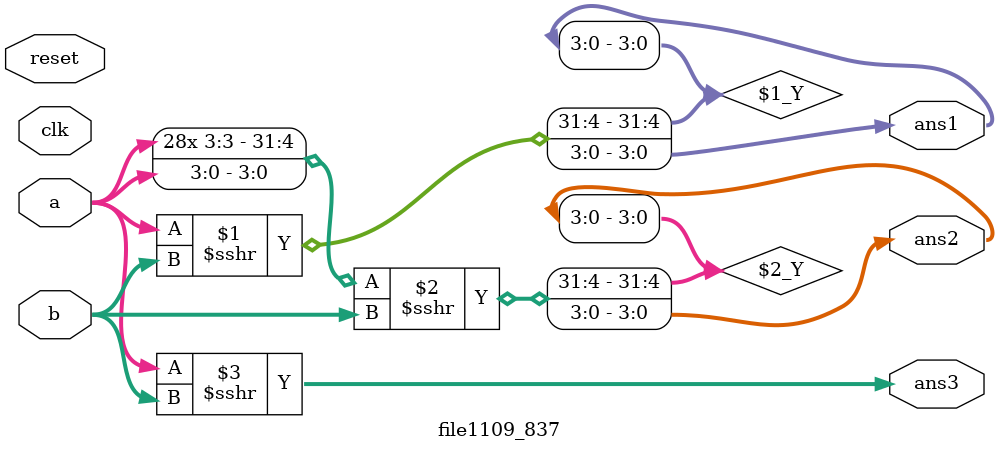
<source format=v>
`timescale 1ns / 1ps
module file1109_837(
	input clk,
	input reset,
	input [3:0] a,
	input [3:0] b,
	output [3:0] ans1,
	output [3:0] ans2,
	output [3:0] ans3
    );
	 assign ans1 = (1'b1==1'b1) ? a>>>b : 0;
	 assign ans2 = (1'b1==1'b1) ? $signed(a)>>>b : 0;
	 assign ans3 = (1'b1==1'b1) ? $signed(a)>>>b : 4'b0;

endmodule

</source>
